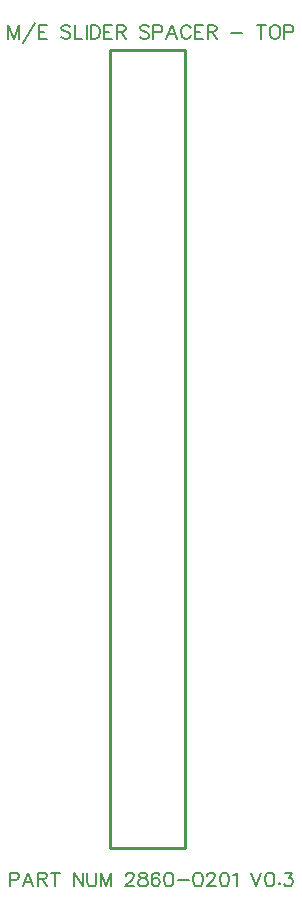
<source format=gto>
G04 Layer: TopSilkscreenLayer*
G04 EasyEDA v6.5.29, 2023-07-16 15:11:24*
G04 5fcfc6cb5b8945028dee16518429fc2b,5a6b42c53f6a479593ecc07194224c93,10*
G04 Gerber Generator version 0.2*
G04 Scale: 100 percent, Rotated: No, Reflected: No *
G04 Dimensions in millimeters *
G04 leading zeros omitted , absolute positions ,4 integer and 5 decimal *
%FSLAX45Y45*%
%MOMM*%

%ADD10C,0.2032*%
%ADD11C,0.2540*%

%LPD*%
D10*
X304749Y10903458D02*
G01*
X304749Y10788904D01*
X304749Y10903458D02*
G01*
X348437Y10788904D01*
X392125Y10903458D02*
G01*
X348437Y10788904D01*
X392125Y10903458D02*
G01*
X392125Y10788904D01*
X526237Y10925302D02*
G01*
X428193Y10750550D01*
X562305Y10903458D02*
G01*
X562305Y10788904D01*
X562305Y10903458D02*
G01*
X633171Y10903458D01*
X562305Y10848847D02*
G01*
X605993Y10848847D01*
X562305Y10788904D02*
G01*
X633171Y10788904D01*
X829513Y10886947D02*
G01*
X818591Y10897870D01*
X802335Y10903458D01*
X780491Y10903458D01*
X763981Y10897870D01*
X753059Y10886947D01*
X753059Y10876026D01*
X758647Y10865104D01*
X763981Y10859770D01*
X774903Y10854181D01*
X807669Y10843513D01*
X818591Y10837926D01*
X824179Y10832592D01*
X829513Y10821670D01*
X829513Y10805160D01*
X818591Y10794237D01*
X802335Y10788904D01*
X780491Y10788904D01*
X763981Y10794237D01*
X753059Y10805160D01*
X865581Y10903458D02*
G01*
X865581Y10788904D01*
X865581Y10788904D02*
G01*
X930859Y10788904D01*
X966927Y10903458D02*
G01*
X966927Y10788904D01*
X1002995Y10903458D02*
G01*
X1002995Y10788904D01*
X1002995Y10903458D02*
G01*
X1041095Y10903458D01*
X1057605Y10897870D01*
X1068527Y10886947D01*
X1073861Y10876026D01*
X1079449Y10859770D01*
X1079449Y10832592D01*
X1073861Y10816081D01*
X1068527Y10805160D01*
X1057605Y10794237D01*
X1041095Y10788904D01*
X1002995Y10788904D01*
X1115263Y10903458D02*
G01*
X1115263Y10788904D01*
X1115263Y10903458D02*
G01*
X1186129Y10903458D01*
X1115263Y10848847D02*
G01*
X1158951Y10848847D01*
X1115263Y10788904D02*
G01*
X1186129Y10788904D01*
X1222197Y10903458D02*
G01*
X1222197Y10788904D01*
X1222197Y10903458D02*
G01*
X1271219Y10903458D01*
X1287729Y10897870D01*
X1293063Y10892536D01*
X1298651Y10881613D01*
X1298651Y10870692D01*
X1293063Y10859770D01*
X1287729Y10854181D01*
X1271219Y10848847D01*
X1222197Y10848847D01*
X1260551Y10848847D02*
G01*
X1298651Y10788904D01*
X1494993Y10886947D02*
G01*
X1484071Y10897870D01*
X1467815Y10903458D01*
X1445971Y10903458D01*
X1429461Y10897870D01*
X1418539Y10886947D01*
X1418539Y10876026D01*
X1424127Y10865104D01*
X1429461Y10859770D01*
X1440383Y10854181D01*
X1473149Y10843513D01*
X1484071Y10837926D01*
X1489405Y10832592D01*
X1494993Y10821670D01*
X1494993Y10805160D01*
X1484071Y10794237D01*
X1467815Y10788904D01*
X1445971Y10788904D01*
X1429461Y10794237D01*
X1418539Y10805160D01*
X1531061Y10903458D02*
G01*
X1531061Y10788904D01*
X1531061Y10903458D02*
G01*
X1580083Y10903458D01*
X1596339Y10897870D01*
X1601927Y10892536D01*
X1607261Y10881613D01*
X1607261Y10865104D01*
X1601927Y10854181D01*
X1596339Y10848847D01*
X1580083Y10843513D01*
X1531061Y10843513D01*
X1687017Y10903458D02*
G01*
X1643329Y10788904D01*
X1687017Y10903458D02*
G01*
X1730705Y10788904D01*
X1659585Y10827004D02*
G01*
X1714195Y10827004D01*
X1848307Y10876026D02*
G01*
X1842973Y10886947D01*
X1832051Y10897870D01*
X1821129Y10903458D01*
X1799285Y10903458D01*
X1788363Y10897870D01*
X1777441Y10886947D01*
X1772107Y10876026D01*
X1766519Y10859770D01*
X1766519Y10832592D01*
X1772107Y10816081D01*
X1777441Y10805160D01*
X1788363Y10794237D01*
X1799285Y10788904D01*
X1821129Y10788904D01*
X1832051Y10794237D01*
X1842973Y10805160D01*
X1848307Y10816081D01*
X1884375Y10903458D02*
G01*
X1884375Y10788904D01*
X1884375Y10903458D02*
G01*
X1955241Y10903458D01*
X1884375Y10848847D02*
G01*
X1928063Y10848847D01*
X1884375Y10788904D02*
G01*
X1955241Y10788904D01*
X1991309Y10903458D02*
G01*
X1991309Y10788904D01*
X1991309Y10903458D02*
G01*
X2040331Y10903458D01*
X2056841Y10897870D01*
X2062175Y10892536D01*
X2067763Y10881613D01*
X2067763Y10870692D01*
X2062175Y10859770D01*
X2056841Y10854181D01*
X2040331Y10848847D01*
X1991309Y10848847D01*
X2029409Y10848847D02*
G01*
X2067763Y10788904D01*
X2187651Y10837926D02*
G01*
X2285949Y10837926D01*
X2444191Y10903458D02*
G01*
X2444191Y10788904D01*
X2405837Y10903458D02*
G01*
X2482291Y10903458D01*
X2550871Y10903458D02*
G01*
X2539949Y10897870D01*
X2529281Y10886947D01*
X2523693Y10876026D01*
X2518359Y10859770D01*
X2518359Y10832592D01*
X2523693Y10816081D01*
X2529281Y10805160D01*
X2539949Y10794237D01*
X2550871Y10788904D01*
X2572715Y10788904D01*
X2583637Y10794237D01*
X2594559Y10805160D01*
X2600147Y10816081D01*
X2605481Y10832592D01*
X2605481Y10859770D01*
X2600147Y10876026D01*
X2594559Y10886947D01*
X2583637Y10897870D01*
X2572715Y10903458D01*
X2550871Y10903458D01*
X2641549Y10903458D02*
G01*
X2641549Y10788904D01*
X2641549Y10903458D02*
G01*
X2690571Y10903458D01*
X2707081Y10897870D01*
X2712415Y10892536D01*
X2718003Y10881613D01*
X2718003Y10865104D01*
X2712415Y10854181D01*
X2707081Y10848847D01*
X2690571Y10843513D01*
X2641549Y10843513D01*
X317474Y3727957D02*
G01*
X317474Y3613404D01*
X317474Y3727957D02*
G01*
X366496Y3727957D01*
X383006Y3722370D01*
X388340Y3717036D01*
X393928Y3706113D01*
X393928Y3689604D01*
X388340Y3678681D01*
X383006Y3673347D01*
X366496Y3668013D01*
X317474Y3668013D01*
X473430Y3727957D02*
G01*
X429742Y3613404D01*
X473430Y3727957D02*
G01*
X517118Y3613404D01*
X446252Y3651504D02*
G01*
X500862Y3651504D01*
X553186Y3727957D02*
G01*
X553186Y3613404D01*
X553186Y3727957D02*
G01*
X602208Y3727957D01*
X618464Y3722370D01*
X624052Y3717036D01*
X629386Y3706113D01*
X629386Y3695192D01*
X624052Y3684270D01*
X618464Y3678681D01*
X602208Y3673347D01*
X553186Y3673347D01*
X591286Y3673347D02*
G01*
X629386Y3613404D01*
X703554Y3727957D02*
G01*
X703554Y3613404D01*
X665454Y3727957D02*
G01*
X741908Y3727957D01*
X861796Y3727957D02*
G01*
X861796Y3613404D01*
X861796Y3727957D02*
G01*
X938250Y3613404D01*
X938250Y3727957D02*
G01*
X938250Y3613404D01*
X974318Y3727957D02*
G01*
X974318Y3646170D01*
X979652Y3629660D01*
X990574Y3618737D01*
X1006830Y3613404D01*
X1017752Y3613404D01*
X1034262Y3618737D01*
X1045184Y3629660D01*
X1050518Y3646170D01*
X1050518Y3727957D01*
X1086586Y3727957D02*
G01*
X1086586Y3613404D01*
X1086586Y3727957D02*
G01*
X1130274Y3613404D01*
X1173962Y3727957D02*
G01*
X1130274Y3613404D01*
X1173962Y3727957D02*
G01*
X1173962Y3613404D01*
X1299438Y3700526D02*
G01*
X1299438Y3706113D01*
X1304772Y3717036D01*
X1310106Y3722370D01*
X1321028Y3727957D01*
X1342872Y3727957D01*
X1353794Y3722370D01*
X1359382Y3717036D01*
X1364716Y3706113D01*
X1364716Y3695192D01*
X1359382Y3684270D01*
X1348460Y3668013D01*
X1293850Y3613404D01*
X1370304Y3613404D01*
X1433550Y3727957D02*
G01*
X1417040Y3722370D01*
X1411706Y3711447D01*
X1411706Y3700526D01*
X1417040Y3689604D01*
X1427962Y3684270D01*
X1449806Y3678681D01*
X1466316Y3673347D01*
X1477238Y3662426D01*
X1482572Y3651504D01*
X1482572Y3635247D01*
X1477238Y3624326D01*
X1471650Y3618737D01*
X1455394Y3613404D01*
X1433550Y3613404D01*
X1417040Y3618737D01*
X1411706Y3624326D01*
X1406118Y3635247D01*
X1406118Y3651504D01*
X1411706Y3662426D01*
X1422628Y3673347D01*
X1438884Y3678681D01*
X1460728Y3684270D01*
X1471650Y3689604D01*
X1477238Y3700526D01*
X1477238Y3711447D01*
X1471650Y3722370D01*
X1455394Y3727957D01*
X1433550Y3727957D01*
X1583918Y3711447D02*
G01*
X1578584Y3722370D01*
X1562328Y3727957D01*
X1551406Y3727957D01*
X1534896Y3722370D01*
X1523974Y3706113D01*
X1518640Y3678681D01*
X1518640Y3651504D01*
X1523974Y3629660D01*
X1534896Y3618737D01*
X1551406Y3613404D01*
X1556740Y3613404D01*
X1573250Y3618737D01*
X1583918Y3629660D01*
X1589506Y3646170D01*
X1589506Y3651504D01*
X1583918Y3668013D01*
X1573250Y3678681D01*
X1556740Y3684270D01*
X1551406Y3684270D01*
X1534896Y3678681D01*
X1523974Y3668013D01*
X1518640Y3651504D01*
X1658340Y3727957D02*
G01*
X1641830Y3722370D01*
X1630908Y3706113D01*
X1625574Y3678681D01*
X1625574Y3662426D01*
X1630908Y3635247D01*
X1641830Y3618737D01*
X1658340Y3613404D01*
X1669008Y3613404D01*
X1685518Y3618737D01*
X1696440Y3635247D01*
X1701774Y3662426D01*
X1701774Y3678681D01*
X1696440Y3706113D01*
X1685518Y3722370D01*
X1669008Y3727957D01*
X1658340Y3727957D01*
X1737842Y3662426D02*
G01*
X1836140Y3662426D01*
X1904720Y3727957D02*
G01*
X1888464Y3722370D01*
X1877542Y3706113D01*
X1871954Y3678681D01*
X1871954Y3662426D01*
X1877542Y3635247D01*
X1888464Y3618737D01*
X1904720Y3613404D01*
X1915642Y3613404D01*
X1932152Y3618737D01*
X1943074Y3635247D01*
X1948408Y3662426D01*
X1948408Y3678681D01*
X1943074Y3706113D01*
X1932152Y3722370D01*
X1915642Y3727957D01*
X1904720Y3727957D01*
X1989810Y3700526D02*
G01*
X1989810Y3706113D01*
X1995398Y3717036D01*
X2000732Y3722370D01*
X2011654Y3727957D01*
X2033498Y3727957D01*
X2044420Y3722370D01*
X2049754Y3717036D01*
X2055342Y3706113D01*
X2055342Y3695192D01*
X2049754Y3684270D01*
X2038832Y3668013D01*
X1984476Y3613404D01*
X2060676Y3613404D01*
X2129510Y3727957D02*
G01*
X2113254Y3722370D01*
X2102332Y3706113D01*
X2096744Y3678681D01*
X2096744Y3662426D01*
X2102332Y3635247D01*
X2113254Y3618737D01*
X2129510Y3613404D01*
X2140432Y3613404D01*
X2156688Y3618737D01*
X2167610Y3635247D01*
X2173198Y3662426D01*
X2173198Y3678681D01*
X2167610Y3706113D01*
X2156688Y3722370D01*
X2140432Y3727957D01*
X2129510Y3727957D01*
X2209012Y3706113D02*
G01*
X2219934Y3711447D01*
X2236444Y3727957D01*
X2236444Y3613404D01*
X2356332Y3727957D02*
G01*
X2400020Y3613404D01*
X2443708Y3727957D02*
G01*
X2400020Y3613404D01*
X2512288Y3727957D02*
G01*
X2496032Y3722370D01*
X2485110Y3706113D01*
X2479776Y3678681D01*
X2479776Y3662426D01*
X2485110Y3635247D01*
X2496032Y3618737D01*
X2512288Y3613404D01*
X2523210Y3613404D01*
X2539720Y3618737D01*
X2550642Y3635247D01*
X2555976Y3662426D01*
X2555976Y3678681D01*
X2550642Y3706113D01*
X2539720Y3722370D01*
X2523210Y3727957D01*
X2512288Y3727957D01*
X2597378Y3640581D02*
G01*
X2592044Y3635247D01*
X2597378Y3629660D01*
X2602966Y3635247D01*
X2597378Y3640581D01*
X2649956Y3727957D02*
G01*
X2709900Y3727957D01*
X2677134Y3684270D01*
X2693390Y3684270D01*
X2704312Y3678681D01*
X2709900Y3673347D01*
X2715234Y3657092D01*
X2715234Y3646170D01*
X2709900Y3629660D01*
X2698978Y3618737D01*
X2682468Y3613404D01*
X2666212Y3613404D01*
X2649956Y3618737D01*
X2644368Y3624326D01*
X2639034Y3635247D01*
D11*
X1168400Y10693400D02*
G01*
X1803400Y10693400D01*
X1803400Y3937000D01*
X1168400Y3937000D01*
X1168400Y10693400D01*
M02*

</source>
